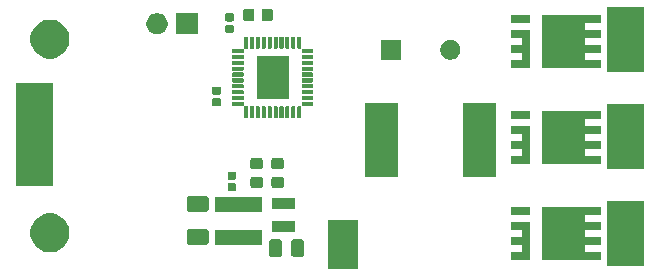
<source format=gbs>
G04 #@! TF.GenerationSoftware,KiCad,Pcbnew,5.1.6*
G04 #@! TF.CreationDate,2020-07-25T09:05:25-04:00*
G04 #@! TF.ProjectId,bldc-controller,626c6463-2d63-46f6-9e74-726f6c6c6572,rev?*
G04 #@! TF.SameCoordinates,Original*
G04 #@! TF.FileFunction,Soldermask,Bot*
G04 #@! TF.FilePolarity,Negative*
%FSLAX46Y46*%
G04 Gerber Fmt 4.6, Leading zero omitted, Abs format (unit mm)*
G04 Created by KiCad (PCBNEW 5.1.6) date 2020-07-25 09:05:25*
%MOMM*%
%LPD*%
G01*
G04 APERTURE LIST*
%ADD10C,0.100000*%
G04 APERTURE END LIST*
D10*
G36*
X54600800Y-122950800D02*
G01*
X51999200Y-122950800D01*
X51999200Y-118849200D01*
X54600800Y-118849200D01*
X54600800Y-122950800D01*
G37*
G36*
X78800800Y-122700800D02*
G01*
X75699200Y-122700800D01*
X75699200Y-117199200D01*
X78800800Y-117199200D01*
X78800800Y-122700800D01*
G37*
G36*
X69180800Y-122205800D02*
G01*
X67529200Y-122205800D01*
X67529200Y-121504200D01*
X68413401Y-121504200D01*
X68423311Y-121503224D01*
X68432841Y-121500333D01*
X68441623Y-121495639D01*
X68449321Y-121489321D01*
X68455639Y-121481623D01*
X68460333Y-121472841D01*
X68463224Y-121463311D01*
X68464200Y-121453401D01*
X68464200Y-120986599D01*
X68463224Y-120976689D01*
X68460333Y-120967159D01*
X68455639Y-120958377D01*
X68449321Y-120950679D01*
X68441623Y-120944361D01*
X68432841Y-120939667D01*
X68423311Y-120936776D01*
X68413401Y-120935800D01*
X67529200Y-120935800D01*
X67529200Y-120234200D01*
X68413401Y-120234200D01*
X68423311Y-120233224D01*
X68432841Y-120230333D01*
X68441623Y-120225639D01*
X68449321Y-120219321D01*
X68455639Y-120211623D01*
X68460333Y-120202841D01*
X68463224Y-120193311D01*
X68464200Y-120183401D01*
X68464200Y-119716599D01*
X68463224Y-119706689D01*
X68460333Y-119697159D01*
X68455639Y-119688377D01*
X68449321Y-119680679D01*
X68441623Y-119674361D01*
X68432841Y-119669667D01*
X68423311Y-119666776D01*
X68413401Y-119665800D01*
X67529200Y-119665800D01*
X67529200Y-118964200D01*
X69180800Y-118964200D01*
X69180800Y-122205800D01*
G37*
G36*
X75170800Y-118395800D02*
G01*
X73874099Y-118395800D01*
X73864189Y-118396776D01*
X73854659Y-118399667D01*
X73845877Y-118404361D01*
X73838179Y-118410679D01*
X73831861Y-118418377D01*
X73827167Y-118427159D01*
X73824276Y-118436689D01*
X73823300Y-118446599D01*
X73823300Y-118913401D01*
X73824276Y-118923311D01*
X73827167Y-118932841D01*
X73831861Y-118941623D01*
X73838179Y-118949321D01*
X73845877Y-118955639D01*
X73854659Y-118960333D01*
X73864189Y-118963224D01*
X73874099Y-118964200D01*
X75170800Y-118964200D01*
X75170800Y-119665800D01*
X73874099Y-119665800D01*
X73864189Y-119666776D01*
X73854659Y-119669667D01*
X73845877Y-119674361D01*
X73838179Y-119680679D01*
X73831861Y-119688377D01*
X73827167Y-119697159D01*
X73824276Y-119706689D01*
X73823300Y-119716599D01*
X73823300Y-120183401D01*
X73824276Y-120193311D01*
X73827167Y-120202841D01*
X73831861Y-120211623D01*
X73838179Y-120219321D01*
X73845877Y-120225639D01*
X73854659Y-120230333D01*
X73864189Y-120233224D01*
X73874099Y-120234200D01*
X75170800Y-120234200D01*
X75170800Y-120935800D01*
X73874099Y-120935800D01*
X73864189Y-120936776D01*
X73854659Y-120939667D01*
X73845877Y-120944361D01*
X73838179Y-120950679D01*
X73831861Y-120958377D01*
X73827167Y-120967159D01*
X73824276Y-120976689D01*
X73823300Y-120986599D01*
X73823300Y-121453401D01*
X73824276Y-121463311D01*
X73827167Y-121472841D01*
X73831861Y-121481623D01*
X73838179Y-121489321D01*
X73845877Y-121495639D01*
X73854659Y-121500333D01*
X73864189Y-121503224D01*
X73874099Y-121504200D01*
X75170800Y-121504200D01*
X75170800Y-122205800D01*
X70171700Y-122205800D01*
X70171700Y-117694200D01*
X75170800Y-117694200D01*
X75170800Y-118395800D01*
G37*
G36*
X49807552Y-120442124D02*
G01*
X49853237Y-120455982D01*
X49895333Y-120478483D01*
X49932234Y-120508766D01*
X49962517Y-120545667D01*
X49985018Y-120587763D01*
X49998876Y-120633448D01*
X50003800Y-120683442D01*
X50003800Y-121692558D01*
X49998876Y-121742552D01*
X49985018Y-121788237D01*
X49962517Y-121830333D01*
X49932234Y-121867234D01*
X49895333Y-121897517D01*
X49853237Y-121920018D01*
X49807552Y-121933876D01*
X49757558Y-121938800D01*
X49173442Y-121938800D01*
X49123448Y-121933876D01*
X49077763Y-121920018D01*
X49035667Y-121897517D01*
X48998766Y-121867234D01*
X48968483Y-121830333D01*
X48945982Y-121788237D01*
X48932124Y-121742552D01*
X48927200Y-121692558D01*
X48927200Y-120683442D01*
X48932124Y-120633448D01*
X48945982Y-120587763D01*
X48968483Y-120545667D01*
X48998766Y-120508766D01*
X49035667Y-120478483D01*
X49077763Y-120455982D01*
X49123448Y-120442124D01*
X49173442Y-120437200D01*
X49757558Y-120437200D01*
X49807552Y-120442124D01*
G37*
G36*
X47932552Y-120442124D02*
G01*
X47978237Y-120455982D01*
X48020333Y-120478483D01*
X48057234Y-120508766D01*
X48087517Y-120545667D01*
X48110018Y-120587763D01*
X48123876Y-120633448D01*
X48128800Y-120683442D01*
X48128800Y-121692558D01*
X48123876Y-121742552D01*
X48110018Y-121788237D01*
X48087517Y-121830333D01*
X48057234Y-121867234D01*
X48020333Y-121897517D01*
X47978237Y-121920018D01*
X47932552Y-121933876D01*
X47882558Y-121938800D01*
X47298442Y-121938800D01*
X47248448Y-121933876D01*
X47202763Y-121920018D01*
X47160667Y-121897517D01*
X47123766Y-121867234D01*
X47093483Y-121830333D01*
X47070982Y-121788237D01*
X47057124Y-121742552D01*
X47052200Y-121692558D01*
X47052200Y-120683442D01*
X47057124Y-120633448D01*
X47070982Y-120587763D01*
X47093483Y-120545667D01*
X47123766Y-120508766D01*
X47160667Y-120478483D01*
X47202763Y-120455982D01*
X47248448Y-120442124D01*
X47298442Y-120437200D01*
X47882558Y-120437200D01*
X47932552Y-120442124D01*
G37*
G36*
X28981521Y-118312639D02*
G01*
X29281947Y-118437080D01*
X29552324Y-118617740D01*
X29782260Y-118847676D01*
X29962920Y-119118053D01*
X30087361Y-119418479D01*
X30150800Y-119737410D01*
X30150800Y-120062590D01*
X30087361Y-120381521D01*
X29962920Y-120681947D01*
X29782260Y-120952324D01*
X29552324Y-121182260D01*
X29281947Y-121362920D01*
X28981521Y-121487361D01*
X28662590Y-121550800D01*
X28337410Y-121550800D01*
X28018479Y-121487361D01*
X27718053Y-121362920D01*
X27447676Y-121182260D01*
X27217740Y-120952324D01*
X27037080Y-120681947D01*
X26912639Y-120381521D01*
X26849200Y-120062590D01*
X26849200Y-119737410D01*
X26912639Y-119418479D01*
X27037080Y-119118053D01*
X27217740Y-118847676D01*
X27447676Y-118617740D01*
X27718053Y-118437080D01*
X28018479Y-118312639D01*
X28337410Y-118249200D01*
X28662590Y-118249200D01*
X28981521Y-118312639D01*
G37*
G36*
X46464800Y-120952800D02*
G01*
X42463200Y-120952800D01*
X42463200Y-119651200D01*
X46464800Y-119651200D01*
X46464800Y-120952800D01*
G37*
G36*
X41732699Y-119579049D02*
G01*
X41777648Y-119592684D01*
X41819072Y-119614826D01*
X41855379Y-119644621D01*
X41885174Y-119680928D01*
X41907316Y-119722352D01*
X41920951Y-119767301D01*
X41925800Y-119816533D01*
X41925800Y-120683467D01*
X41920951Y-120732699D01*
X41907316Y-120777648D01*
X41885174Y-120819072D01*
X41855379Y-120855379D01*
X41819072Y-120885174D01*
X41777648Y-120907316D01*
X41732699Y-120920951D01*
X41683467Y-120925800D01*
X40316533Y-120925800D01*
X40267301Y-120920951D01*
X40222352Y-120907316D01*
X40180928Y-120885174D01*
X40144621Y-120855379D01*
X40114826Y-120819072D01*
X40092684Y-120777648D01*
X40079049Y-120732699D01*
X40074200Y-120683467D01*
X40074200Y-119816533D01*
X40079049Y-119767301D01*
X40092684Y-119722352D01*
X40114826Y-119680928D01*
X40144621Y-119644621D01*
X40180928Y-119614826D01*
X40222352Y-119592684D01*
X40267301Y-119579049D01*
X40316533Y-119574200D01*
X41683467Y-119574200D01*
X41732699Y-119579049D01*
G37*
G36*
X49224800Y-119819800D02*
G01*
X47323200Y-119819800D01*
X47323200Y-118868200D01*
X49224800Y-118868200D01*
X49224800Y-119819800D01*
G37*
G36*
X69180800Y-118395800D02*
G01*
X67529200Y-118395800D01*
X67529200Y-117694200D01*
X69180800Y-117694200D01*
X69180800Y-118395800D01*
G37*
G36*
X46464800Y-118152800D02*
G01*
X42463200Y-118152800D01*
X42463200Y-116851200D01*
X46464800Y-116851200D01*
X46464800Y-118152800D01*
G37*
G36*
X41732699Y-116779049D02*
G01*
X41777648Y-116792684D01*
X41819072Y-116814826D01*
X41855379Y-116844621D01*
X41885174Y-116880928D01*
X41907316Y-116922352D01*
X41920951Y-116967301D01*
X41925800Y-117016533D01*
X41925800Y-117883467D01*
X41920951Y-117932699D01*
X41907316Y-117977648D01*
X41885174Y-118019072D01*
X41855379Y-118055379D01*
X41819072Y-118085174D01*
X41777648Y-118107316D01*
X41732699Y-118120951D01*
X41683467Y-118125800D01*
X40316533Y-118125800D01*
X40267301Y-118120951D01*
X40222352Y-118107316D01*
X40180928Y-118085174D01*
X40144621Y-118055379D01*
X40114826Y-118019072D01*
X40092684Y-117977648D01*
X40079049Y-117932699D01*
X40074200Y-117883467D01*
X40074200Y-117016533D01*
X40079049Y-116967301D01*
X40092684Y-116922352D01*
X40114826Y-116880928D01*
X40144621Y-116844621D01*
X40180928Y-116814826D01*
X40222352Y-116792684D01*
X40267301Y-116779049D01*
X40316533Y-116774200D01*
X41683467Y-116774200D01*
X41732699Y-116779049D01*
G37*
G36*
X49224800Y-117919800D02*
G01*
X47323200Y-117919800D01*
X47323200Y-116968200D01*
X49224800Y-116968200D01*
X49224800Y-117919800D01*
G37*
G36*
X44152027Y-115692275D02*
G01*
X44179650Y-115700654D01*
X44205113Y-115714264D01*
X44227425Y-115732575D01*
X44245736Y-115754887D01*
X44259346Y-115780350D01*
X44267725Y-115807973D01*
X44270800Y-115839191D01*
X44270800Y-116230809D01*
X44267725Y-116262027D01*
X44259346Y-116289650D01*
X44245736Y-116315113D01*
X44227425Y-116337425D01*
X44205113Y-116355736D01*
X44179650Y-116369346D01*
X44152027Y-116377725D01*
X44120809Y-116380800D01*
X43679191Y-116380800D01*
X43647973Y-116377725D01*
X43620350Y-116369346D01*
X43594887Y-116355736D01*
X43572575Y-116337425D01*
X43554264Y-116315113D01*
X43540654Y-116289650D01*
X43532275Y-116262027D01*
X43529200Y-116230809D01*
X43529200Y-115839191D01*
X43532275Y-115807973D01*
X43540654Y-115780350D01*
X43554264Y-115754887D01*
X43572575Y-115732575D01*
X43594887Y-115714264D01*
X43620350Y-115700654D01*
X43647973Y-115692275D01*
X43679191Y-115689200D01*
X44120809Y-115689200D01*
X44152027Y-115692275D01*
G37*
G36*
X46337674Y-115141643D02*
G01*
X46378667Y-115154078D01*
X46416448Y-115174273D01*
X46449556Y-115201444D01*
X46476727Y-115234552D01*
X46496922Y-115272333D01*
X46509357Y-115313326D01*
X46513800Y-115358441D01*
X46513800Y-115892559D01*
X46509357Y-115937674D01*
X46496922Y-115978667D01*
X46476727Y-116016448D01*
X46449556Y-116049556D01*
X46416448Y-116076727D01*
X46378667Y-116096922D01*
X46337674Y-116109357D01*
X46292559Y-116113800D01*
X45683441Y-116113800D01*
X45638326Y-116109357D01*
X45597333Y-116096922D01*
X45559552Y-116076727D01*
X45526444Y-116049556D01*
X45499273Y-116016448D01*
X45479078Y-115978667D01*
X45466643Y-115937674D01*
X45462200Y-115892559D01*
X45462200Y-115358441D01*
X45466643Y-115313326D01*
X45479078Y-115272333D01*
X45499273Y-115234552D01*
X45526444Y-115201444D01*
X45559552Y-115174273D01*
X45597333Y-115154078D01*
X45638326Y-115141643D01*
X45683441Y-115137200D01*
X46292559Y-115137200D01*
X46337674Y-115141643D01*
G37*
G36*
X48115674Y-115141643D02*
G01*
X48156667Y-115154078D01*
X48194448Y-115174273D01*
X48227556Y-115201444D01*
X48254727Y-115234552D01*
X48274922Y-115272333D01*
X48287357Y-115313326D01*
X48291800Y-115358441D01*
X48291800Y-115892559D01*
X48287357Y-115937674D01*
X48274922Y-115978667D01*
X48254727Y-116016448D01*
X48227556Y-116049556D01*
X48194448Y-116076727D01*
X48156667Y-116096922D01*
X48115674Y-116109357D01*
X48070559Y-116113800D01*
X47461441Y-116113800D01*
X47416326Y-116109357D01*
X47375333Y-116096922D01*
X47337552Y-116076727D01*
X47304444Y-116049556D01*
X47277273Y-116016448D01*
X47257078Y-115978667D01*
X47244643Y-115937674D01*
X47240200Y-115892559D01*
X47240200Y-115358441D01*
X47244643Y-115313326D01*
X47257078Y-115272333D01*
X47277273Y-115234552D01*
X47304444Y-115201444D01*
X47337552Y-115174273D01*
X47375333Y-115154078D01*
X47416326Y-115141643D01*
X47461441Y-115137200D01*
X48070559Y-115137200D01*
X48115674Y-115141643D01*
G37*
G36*
X28750800Y-115950800D02*
G01*
X25649200Y-115950800D01*
X25649200Y-107249200D01*
X28750800Y-107249200D01*
X28750800Y-115950800D01*
G37*
G36*
X44152027Y-114722275D02*
G01*
X44179650Y-114730654D01*
X44205113Y-114744264D01*
X44227425Y-114762575D01*
X44245736Y-114784887D01*
X44259346Y-114810350D01*
X44267725Y-114837973D01*
X44270800Y-114869191D01*
X44270800Y-115260809D01*
X44267725Y-115292027D01*
X44259346Y-115319650D01*
X44245736Y-115345113D01*
X44227425Y-115367425D01*
X44205113Y-115385736D01*
X44179650Y-115399346D01*
X44152027Y-115407725D01*
X44120809Y-115410800D01*
X43679191Y-115410800D01*
X43647973Y-115407725D01*
X43620350Y-115399346D01*
X43594887Y-115385736D01*
X43572575Y-115367425D01*
X43554264Y-115345113D01*
X43540654Y-115319650D01*
X43532275Y-115292027D01*
X43529200Y-115260809D01*
X43529200Y-114869191D01*
X43532275Y-114837973D01*
X43540654Y-114810350D01*
X43554264Y-114784887D01*
X43572575Y-114762575D01*
X43594887Y-114744264D01*
X43620350Y-114730654D01*
X43647973Y-114722275D01*
X43679191Y-114719200D01*
X44120809Y-114719200D01*
X44152027Y-114722275D01*
G37*
G36*
X66290800Y-115216800D02*
G01*
X63489200Y-115216800D01*
X63489200Y-108915200D01*
X66290800Y-108915200D01*
X66290800Y-115216800D01*
G37*
G36*
X57990800Y-115216800D02*
G01*
X55189200Y-115216800D01*
X55189200Y-108915200D01*
X57990800Y-108915200D01*
X57990800Y-115216800D01*
G37*
G36*
X46337674Y-113566643D02*
G01*
X46378667Y-113579078D01*
X46416448Y-113599273D01*
X46449556Y-113626444D01*
X46476727Y-113659552D01*
X46496922Y-113697333D01*
X46509357Y-113738326D01*
X46513800Y-113783441D01*
X46513800Y-114317559D01*
X46509357Y-114362674D01*
X46496922Y-114403667D01*
X46476727Y-114441448D01*
X46449556Y-114474556D01*
X46416448Y-114501727D01*
X46378667Y-114521922D01*
X46337674Y-114534357D01*
X46292559Y-114538800D01*
X45683441Y-114538800D01*
X45638326Y-114534357D01*
X45597333Y-114521922D01*
X45559552Y-114501727D01*
X45526444Y-114474556D01*
X45499273Y-114441448D01*
X45479078Y-114403667D01*
X45466643Y-114362674D01*
X45462200Y-114317559D01*
X45462200Y-113783441D01*
X45466643Y-113738326D01*
X45479078Y-113697333D01*
X45499273Y-113659552D01*
X45526444Y-113626444D01*
X45559552Y-113599273D01*
X45597333Y-113579078D01*
X45638326Y-113566643D01*
X45683441Y-113562200D01*
X46292559Y-113562200D01*
X46337674Y-113566643D01*
G37*
G36*
X48115674Y-113566643D02*
G01*
X48156667Y-113579078D01*
X48194448Y-113599273D01*
X48227556Y-113626444D01*
X48254727Y-113659552D01*
X48274922Y-113697333D01*
X48287357Y-113738326D01*
X48291800Y-113783441D01*
X48291800Y-114317559D01*
X48287357Y-114362674D01*
X48274922Y-114403667D01*
X48254727Y-114441448D01*
X48227556Y-114474556D01*
X48194448Y-114501727D01*
X48156667Y-114521922D01*
X48115674Y-114534357D01*
X48070559Y-114538800D01*
X47461441Y-114538800D01*
X47416326Y-114534357D01*
X47375333Y-114521922D01*
X47337552Y-114501727D01*
X47304444Y-114474556D01*
X47277273Y-114441448D01*
X47257078Y-114403667D01*
X47244643Y-114362674D01*
X47240200Y-114317559D01*
X47240200Y-113783441D01*
X47244643Y-113738326D01*
X47257078Y-113697333D01*
X47277273Y-113659552D01*
X47304444Y-113626444D01*
X47337552Y-113599273D01*
X47375333Y-113579078D01*
X47416326Y-113566643D01*
X47461441Y-113562200D01*
X48070559Y-113562200D01*
X48115674Y-113566643D01*
G37*
G36*
X78800800Y-114500800D02*
G01*
X75699200Y-114500800D01*
X75699200Y-108999200D01*
X78800800Y-108999200D01*
X78800800Y-114500800D01*
G37*
G36*
X75170800Y-110257800D02*
G01*
X73874099Y-110257800D01*
X73864189Y-110258776D01*
X73854659Y-110261667D01*
X73845877Y-110266361D01*
X73838179Y-110272679D01*
X73831861Y-110280377D01*
X73827167Y-110289159D01*
X73824276Y-110298689D01*
X73823300Y-110308599D01*
X73823300Y-110775401D01*
X73824276Y-110785311D01*
X73827167Y-110794841D01*
X73831861Y-110803623D01*
X73838179Y-110811321D01*
X73845877Y-110817639D01*
X73854659Y-110822333D01*
X73864189Y-110825224D01*
X73874099Y-110826200D01*
X75170800Y-110826200D01*
X75170800Y-111527800D01*
X73874099Y-111527800D01*
X73864189Y-111528776D01*
X73854659Y-111531667D01*
X73845877Y-111536361D01*
X73838179Y-111542679D01*
X73831861Y-111550377D01*
X73827167Y-111559159D01*
X73824276Y-111568689D01*
X73823300Y-111578599D01*
X73823300Y-112045401D01*
X73824276Y-112055311D01*
X73827167Y-112064841D01*
X73831861Y-112073623D01*
X73838179Y-112081321D01*
X73845877Y-112087639D01*
X73854659Y-112092333D01*
X73864189Y-112095224D01*
X73874099Y-112096200D01*
X75170800Y-112096200D01*
X75170800Y-112797800D01*
X73874099Y-112797800D01*
X73864189Y-112798776D01*
X73854659Y-112801667D01*
X73845877Y-112806361D01*
X73838179Y-112812679D01*
X73831861Y-112820377D01*
X73827167Y-112829159D01*
X73824276Y-112838689D01*
X73823300Y-112848599D01*
X73823300Y-113315401D01*
X73824276Y-113325311D01*
X73827167Y-113334841D01*
X73831861Y-113343623D01*
X73838179Y-113351321D01*
X73845877Y-113357639D01*
X73854659Y-113362333D01*
X73864189Y-113365224D01*
X73874099Y-113366200D01*
X75170800Y-113366200D01*
X75170800Y-114067800D01*
X70171700Y-114067800D01*
X70171700Y-109556200D01*
X75170800Y-109556200D01*
X75170800Y-110257800D01*
G37*
G36*
X69180800Y-114067800D02*
G01*
X67529200Y-114067800D01*
X67529200Y-113366200D01*
X68413401Y-113366200D01*
X68423311Y-113365224D01*
X68432841Y-113362333D01*
X68441623Y-113357639D01*
X68449321Y-113351321D01*
X68455639Y-113343623D01*
X68460333Y-113334841D01*
X68463224Y-113325311D01*
X68464200Y-113315401D01*
X68464200Y-112848599D01*
X68463224Y-112838689D01*
X68460333Y-112829159D01*
X68455639Y-112820377D01*
X68449321Y-112812679D01*
X68441623Y-112806361D01*
X68432841Y-112801667D01*
X68423311Y-112798776D01*
X68413401Y-112797800D01*
X67529200Y-112797800D01*
X67529200Y-112096200D01*
X68413401Y-112096200D01*
X68423311Y-112095224D01*
X68432841Y-112092333D01*
X68441623Y-112087639D01*
X68449321Y-112081321D01*
X68455639Y-112073623D01*
X68460333Y-112064841D01*
X68463224Y-112055311D01*
X68464200Y-112045401D01*
X68464200Y-111578599D01*
X68463224Y-111568689D01*
X68460333Y-111559159D01*
X68455639Y-111550377D01*
X68449321Y-111542679D01*
X68441623Y-111536361D01*
X68432841Y-111531667D01*
X68423311Y-111528776D01*
X68413401Y-111527800D01*
X67529200Y-111527800D01*
X67529200Y-110826200D01*
X69180800Y-110826200D01*
X69180800Y-114067800D01*
G37*
G36*
X69180800Y-110257800D02*
G01*
X67529200Y-110257800D01*
X67529200Y-109556200D01*
X69180800Y-109556200D01*
X69180800Y-110257800D01*
G37*
G36*
X47725444Y-109200641D02*
G01*
X47737124Y-109204184D01*
X47747886Y-109209937D01*
X47757320Y-109217680D01*
X47765063Y-109227114D01*
X47770816Y-109237876D01*
X47774359Y-109249556D01*
X47775800Y-109264191D01*
X47775800Y-110110809D01*
X47774359Y-110125444D01*
X47770816Y-110137124D01*
X47765063Y-110147886D01*
X47757320Y-110157320D01*
X47747886Y-110165063D01*
X47737124Y-110170816D01*
X47725444Y-110174359D01*
X47710809Y-110175800D01*
X47489191Y-110175800D01*
X47474556Y-110174359D01*
X47462876Y-110170816D01*
X47452114Y-110165063D01*
X47442680Y-110157320D01*
X47434937Y-110147886D01*
X47429184Y-110137124D01*
X47425641Y-110125444D01*
X47424200Y-110110809D01*
X47424200Y-109264191D01*
X47425641Y-109249556D01*
X47429184Y-109237876D01*
X47434937Y-109227114D01*
X47442680Y-109217680D01*
X47452114Y-109209937D01*
X47462876Y-109204184D01*
X47474556Y-109200641D01*
X47489191Y-109199200D01*
X47710809Y-109199200D01*
X47725444Y-109200641D01*
G37*
G36*
X49725444Y-109200641D02*
G01*
X49741068Y-109205381D01*
X49742709Y-109206060D01*
X49752477Y-109208001D01*
X49762435Y-109207999D01*
X49768136Y-109206864D01*
X49766999Y-109212585D01*
X49767001Y-109222543D01*
X49768945Y-109232310D01*
X49769626Y-109233953D01*
X49774359Y-109249556D01*
X49775800Y-109264191D01*
X49775800Y-110110809D01*
X49774359Y-110125444D01*
X49770816Y-110137124D01*
X49765063Y-110147886D01*
X49757320Y-110157320D01*
X49747886Y-110165063D01*
X49737124Y-110170816D01*
X49725444Y-110174359D01*
X49710809Y-110175800D01*
X49489191Y-110175800D01*
X49474556Y-110174359D01*
X49462876Y-110170816D01*
X49452114Y-110165063D01*
X49442680Y-110157320D01*
X49434937Y-110147886D01*
X49429184Y-110137124D01*
X49425641Y-110125444D01*
X49424200Y-110110809D01*
X49424200Y-109264191D01*
X49425641Y-109249556D01*
X49429184Y-109237876D01*
X49434937Y-109227114D01*
X49442680Y-109217680D01*
X49452114Y-109209937D01*
X49462876Y-109204184D01*
X49474556Y-109200641D01*
X49489191Y-109199200D01*
X49710809Y-109199200D01*
X49725444Y-109200641D01*
G37*
G36*
X48725444Y-109200641D02*
G01*
X48737124Y-109204184D01*
X48747886Y-109209937D01*
X48757320Y-109217680D01*
X48765063Y-109227114D01*
X48770816Y-109237876D01*
X48774359Y-109249556D01*
X48775800Y-109264191D01*
X48775800Y-110110809D01*
X48774359Y-110125444D01*
X48770816Y-110137124D01*
X48765063Y-110147886D01*
X48757320Y-110157320D01*
X48747886Y-110165063D01*
X48737124Y-110170816D01*
X48725444Y-110174359D01*
X48710809Y-110175800D01*
X48489191Y-110175800D01*
X48474556Y-110174359D01*
X48462876Y-110170816D01*
X48452114Y-110165063D01*
X48442680Y-110157320D01*
X48434937Y-110147886D01*
X48429184Y-110137124D01*
X48425641Y-110125444D01*
X48424200Y-110110809D01*
X48424200Y-109264191D01*
X48425641Y-109249556D01*
X48429184Y-109237876D01*
X48434937Y-109227114D01*
X48442680Y-109217680D01*
X48452114Y-109209937D01*
X48462876Y-109204184D01*
X48474556Y-109200641D01*
X48489191Y-109199200D01*
X48710809Y-109199200D01*
X48725444Y-109200641D01*
G37*
G36*
X48225444Y-109200641D02*
G01*
X48237124Y-109204184D01*
X48247886Y-109209937D01*
X48257320Y-109217680D01*
X48265063Y-109227114D01*
X48270816Y-109237876D01*
X48274359Y-109249556D01*
X48275800Y-109264191D01*
X48275800Y-110110809D01*
X48274359Y-110125444D01*
X48270816Y-110137124D01*
X48265063Y-110147886D01*
X48257320Y-110157320D01*
X48247886Y-110165063D01*
X48237124Y-110170816D01*
X48225444Y-110174359D01*
X48210809Y-110175800D01*
X47989191Y-110175800D01*
X47974556Y-110174359D01*
X47962876Y-110170816D01*
X47952114Y-110165063D01*
X47942680Y-110157320D01*
X47934937Y-110147886D01*
X47929184Y-110137124D01*
X47925641Y-110125444D01*
X47924200Y-110110809D01*
X47924200Y-109264191D01*
X47925641Y-109249556D01*
X47929184Y-109237876D01*
X47934937Y-109227114D01*
X47942680Y-109217680D01*
X47952114Y-109209937D01*
X47962876Y-109204184D01*
X47974556Y-109200641D01*
X47989191Y-109199200D01*
X48210809Y-109199200D01*
X48225444Y-109200641D01*
G37*
G36*
X47225444Y-109200641D02*
G01*
X47237124Y-109204184D01*
X47247886Y-109209937D01*
X47257320Y-109217680D01*
X47265063Y-109227114D01*
X47270816Y-109237876D01*
X47274359Y-109249556D01*
X47275800Y-109264191D01*
X47275800Y-110110809D01*
X47274359Y-110125444D01*
X47270816Y-110137124D01*
X47265063Y-110147886D01*
X47257320Y-110157320D01*
X47247886Y-110165063D01*
X47237124Y-110170816D01*
X47225444Y-110174359D01*
X47210809Y-110175800D01*
X46989191Y-110175800D01*
X46974556Y-110174359D01*
X46962876Y-110170816D01*
X46952114Y-110165063D01*
X46942680Y-110157320D01*
X46934937Y-110147886D01*
X46929184Y-110137124D01*
X46925641Y-110125444D01*
X46924200Y-110110809D01*
X46924200Y-109264191D01*
X46925641Y-109249556D01*
X46929184Y-109237876D01*
X46934937Y-109227114D01*
X46942680Y-109217680D01*
X46952114Y-109209937D01*
X46962876Y-109204184D01*
X46974556Y-109200641D01*
X46989191Y-109199200D01*
X47210809Y-109199200D01*
X47225444Y-109200641D01*
G37*
G36*
X46725444Y-109200641D02*
G01*
X46737124Y-109204184D01*
X46747886Y-109209937D01*
X46757320Y-109217680D01*
X46765063Y-109227114D01*
X46770816Y-109237876D01*
X46774359Y-109249556D01*
X46775800Y-109264191D01*
X46775800Y-110110809D01*
X46774359Y-110125444D01*
X46770816Y-110137124D01*
X46765063Y-110147886D01*
X46757320Y-110157320D01*
X46747886Y-110165063D01*
X46737124Y-110170816D01*
X46725444Y-110174359D01*
X46710809Y-110175800D01*
X46489191Y-110175800D01*
X46474556Y-110174359D01*
X46462876Y-110170816D01*
X46452114Y-110165063D01*
X46442680Y-110157320D01*
X46434937Y-110147886D01*
X46429184Y-110137124D01*
X46425641Y-110125444D01*
X46424200Y-110110809D01*
X46424200Y-109264191D01*
X46425641Y-109249556D01*
X46429184Y-109237876D01*
X46434937Y-109227114D01*
X46442680Y-109217680D01*
X46452114Y-109209937D01*
X46462876Y-109204184D01*
X46474556Y-109200641D01*
X46489191Y-109199200D01*
X46710809Y-109199200D01*
X46725444Y-109200641D01*
G37*
G36*
X46225444Y-109200641D02*
G01*
X46237124Y-109204184D01*
X46247886Y-109209937D01*
X46257320Y-109217680D01*
X46265063Y-109227114D01*
X46270816Y-109237876D01*
X46274359Y-109249556D01*
X46275800Y-109264191D01*
X46275800Y-110110809D01*
X46274359Y-110125444D01*
X46270816Y-110137124D01*
X46265063Y-110147886D01*
X46257320Y-110157320D01*
X46247886Y-110165063D01*
X46237124Y-110170816D01*
X46225444Y-110174359D01*
X46210809Y-110175800D01*
X45989191Y-110175800D01*
X45974556Y-110174359D01*
X45962876Y-110170816D01*
X45952114Y-110165063D01*
X45942680Y-110157320D01*
X45934937Y-110147886D01*
X45929184Y-110137124D01*
X45925641Y-110125444D01*
X45924200Y-110110809D01*
X45924200Y-109264191D01*
X45925641Y-109249556D01*
X45929184Y-109237876D01*
X45934937Y-109227114D01*
X45942680Y-109217680D01*
X45952114Y-109209937D01*
X45962876Y-109204184D01*
X45974556Y-109200641D01*
X45989191Y-109199200D01*
X46210809Y-109199200D01*
X46225444Y-109200641D01*
G37*
G36*
X45725444Y-109200641D02*
G01*
X45737124Y-109204184D01*
X45747886Y-109209937D01*
X45757320Y-109217680D01*
X45765063Y-109227114D01*
X45770816Y-109237876D01*
X45774359Y-109249556D01*
X45775800Y-109264191D01*
X45775800Y-110110809D01*
X45774359Y-110125444D01*
X45770816Y-110137124D01*
X45765063Y-110147886D01*
X45757320Y-110157320D01*
X45747886Y-110165063D01*
X45737124Y-110170816D01*
X45725444Y-110174359D01*
X45710809Y-110175800D01*
X45489191Y-110175800D01*
X45474556Y-110174359D01*
X45462876Y-110170816D01*
X45452114Y-110165063D01*
X45442680Y-110157320D01*
X45434937Y-110147886D01*
X45429184Y-110137124D01*
X45425641Y-110125444D01*
X45424200Y-110110809D01*
X45424200Y-109264191D01*
X45425641Y-109249556D01*
X45429184Y-109237876D01*
X45434937Y-109227114D01*
X45442680Y-109217680D01*
X45452114Y-109209937D01*
X45462876Y-109204184D01*
X45474556Y-109200641D01*
X45489191Y-109199200D01*
X45710809Y-109199200D01*
X45725444Y-109200641D01*
G37*
G36*
X45225444Y-109200641D02*
G01*
X45237124Y-109204184D01*
X45247886Y-109209937D01*
X45257320Y-109217680D01*
X45265063Y-109227114D01*
X45270816Y-109237876D01*
X45274359Y-109249556D01*
X45275800Y-109264191D01*
X45275800Y-110110809D01*
X45274359Y-110125444D01*
X45270816Y-110137124D01*
X45265063Y-110147886D01*
X45257320Y-110157320D01*
X45247886Y-110165063D01*
X45237124Y-110170816D01*
X45225444Y-110174359D01*
X45210809Y-110175800D01*
X44989191Y-110175800D01*
X44974556Y-110174359D01*
X44962876Y-110170816D01*
X44952114Y-110165063D01*
X44942680Y-110157320D01*
X44934937Y-110147886D01*
X44929184Y-110137124D01*
X44925641Y-110125444D01*
X44924200Y-110110809D01*
X44924200Y-109264191D01*
X44925641Y-109249556D01*
X44930381Y-109233932D01*
X44931060Y-109232291D01*
X44933001Y-109222523D01*
X44932999Y-109212565D01*
X44931864Y-109206864D01*
X44937585Y-109208001D01*
X44947543Y-109207999D01*
X44957310Y-109206055D01*
X44958953Y-109205374D01*
X44974556Y-109200641D01*
X44989191Y-109199200D01*
X45210809Y-109199200D01*
X45225444Y-109200641D01*
G37*
G36*
X49225444Y-109200641D02*
G01*
X49237124Y-109204184D01*
X49247886Y-109209937D01*
X49257320Y-109217680D01*
X49265063Y-109227114D01*
X49270816Y-109237876D01*
X49274359Y-109249556D01*
X49275800Y-109264191D01*
X49275800Y-110110809D01*
X49274359Y-110125444D01*
X49270816Y-110137124D01*
X49265063Y-110147886D01*
X49257320Y-110157320D01*
X49247886Y-110165063D01*
X49237124Y-110170816D01*
X49225444Y-110174359D01*
X49210809Y-110175800D01*
X48989191Y-110175800D01*
X48974556Y-110174359D01*
X48962876Y-110170816D01*
X48952114Y-110165063D01*
X48942680Y-110157320D01*
X48934937Y-110147886D01*
X48929184Y-110137124D01*
X48925641Y-110125444D01*
X48924200Y-110110809D01*
X48924200Y-109264191D01*
X48925641Y-109249556D01*
X48929184Y-109237876D01*
X48934937Y-109227114D01*
X48942680Y-109217680D01*
X48952114Y-109209937D01*
X48962876Y-109204184D01*
X48974556Y-109200641D01*
X48989191Y-109199200D01*
X49210809Y-109199200D01*
X49225444Y-109200641D01*
G37*
G36*
X42852027Y-108492275D02*
G01*
X42879650Y-108500654D01*
X42905113Y-108514264D01*
X42927425Y-108532575D01*
X42945736Y-108554887D01*
X42959346Y-108580350D01*
X42967725Y-108607973D01*
X42970800Y-108639191D01*
X42970800Y-109030809D01*
X42967725Y-109062027D01*
X42959346Y-109089650D01*
X42945736Y-109115113D01*
X42927425Y-109137425D01*
X42905113Y-109155736D01*
X42879650Y-109169346D01*
X42852027Y-109177725D01*
X42820809Y-109180800D01*
X42379191Y-109180800D01*
X42347973Y-109177725D01*
X42320350Y-109169346D01*
X42294887Y-109155736D01*
X42272575Y-109137425D01*
X42254264Y-109115113D01*
X42240654Y-109089650D01*
X42232275Y-109062027D01*
X42229200Y-109030809D01*
X42229200Y-108639191D01*
X42232275Y-108607973D01*
X42240654Y-108580350D01*
X42254264Y-108554887D01*
X42272575Y-108532575D01*
X42294887Y-108514264D01*
X42320350Y-108500654D01*
X42347973Y-108492275D01*
X42379191Y-108489200D01*
X42820809Y-108489200D01*
X42852027Y-108492275D01*
G37*
G36*
X50725444Y-108825641D02*
G01*
X50737124Y-108829184D01*
X50747886Y-108834937D01*
X50757320Y-108842680D01*
X50765063Y-108852114D01*
X50770816Y-108862876D01*
X50774359Y-108874556D01*
X50775800Y-108889191D01*
X50775800Y-109110809D01*
X50774359Y-109125444D01*
X50770816Y-109137124D01*
X50765063Y-109147886D01*
X50757320Y-109157320D01*
X50747886Y-109165063D01*
X50737124Y-109170816D01*
X50725444Y-109174359D01*
X50710809Y-109175800D01*
X49864191Y-109175800D01*
X49849556Y-109174359D01*
X49833932Y-109169619D01*
X49832291Y-109168940D01*
X49822523Y-109166999D01*
X49812565Y-109167001D01*
X49806864Y-109168136D01*
X49808001Y-109162415D01*
X49807999Y-109152457D01*
X49806055Y-109142690D01*
X49805374Y-109141047D01*
X49800641Y-109125444D01*
X49799200Y-109110809D01*
X49799200Y-108889191D01*
X49800641Y-108874556D01*
X49804184Y-108862876D01*
X49809937Y-108852114D01*
X49817680Y-108842680D01*
X49827114Y-108834937D01*
X49837876Y-108829184D01*
X49849556Y-108825641D01*
X49864191Y-108824200D01*
X50710809Y-108824200D01*
X50725444Y-108825641D01*
G37*
G36*
X44850444Y-108825641D02*
G01*
X44862124Y-108829184D01*
X44872886Y-108834937D01*
X44882320Y-108842680D01*
X44890063Y-108852114D01*
X44895816Y-108862876D01*
X44899359Y-108874556D01*
X44900800Y-108889191D01*
X44900800Y-109110809D01*
X44899359Y-109125444D01*
X44894619Y-109141068D01*
X44893940Y-109142709D01*
X44891999Y-109152477D01*
X44892001Y-109162435D01*
X44893136Y-109168136D01*
X44887415Y-109166999D01*
X44877457Y-109167001D01*
X44867690Y-109168945D01*
X44866047Y-109169626D01*
X44850444Y-109174359D01*
X44835809Y-109175800D01*
X43989191Y-109175800D01*
X43974556Y-109174359D01*
X43962876Y-109170816D01*
X43952114Y-109165063D01*
X43942680Y-109157320D01*
X43934937Y-109147886D01*
X43929184Y-109137124D01*
X43925641Y-109125444D01*
X43924200Y-109110809D01*
X43924200Y-108889191D01*
X43925641Y-108874556D01*
X43929184Y-108862876D01*
X43934937Y-108852114D01*
X43942680Y-108842680D01*
X43952114Y-108834937D01*
X43962876Y-108829184D01*
X43974556Y-108825641D01*
X43989191Y-108824200D01*
X44835809Y-108824200D01*
X44850444Y-108825641D01*
G37*
G36*
X50725444Y-108325641D02*
G01*
X50737124Y-108329184D01*
X50747886Y-108334937D01*
X50757320Y-108342680D01*
X50765063Y-108352114D01*
X50770816Y-108362876D01*
X50774359Y-108374556D01*
X50775800Y-108389191D01*
X50775800Y-108610809D01*
X50774359Y-108625444D01*
X50770816Y-108637124D01*
X50765063Y-108647886D01*
X50757320Y-108657320D01*
X50747886Y-108665063D01*
X50737124Y-108670816D01*
X50725444Y-108674359D01*
X50710809Y-108675800D01*
X49864191Y-108675800D01*
X49849556Y-108674359D01*
X49837876Y-108670816D01*
X49827114Y-108665063D01*
X49817680Y-108657320D01*
X49809937Y-108647886D01*
X49804184Y-108637124D01*
X49800641Y-108625444D01*
X49799200Y-108610809D01*
X49799200Y-108389191D01*
X49800641Y-108374556D01*
X49804184Y-108362876D01*
X49809937Y-108352114D01*
X49817680Y-108342680D01*
X49827114Y-108334937D01*
X49837876Y-108329184D01*
X49849556Y-108325641D01*
X49864191Y-108324200D01*
X50710809Y-108324200D01*
X50725444Y-108325641D01*
G37*
G36*
X44850444Y-108325641D02*
G01*
X44862124Y-108329184D01*
X44872886Y-108334937D01*
X44882320Y-108342680D01*
X44890063Y-108352114D01*
X44895816Y-108362876D01*
X44899359Y-108374556D01*
X44900800Y-108389191D01*
X44900800Y-108610809D01*
X44899359Y-108625444D01*
X44895816Y-108637124D01*
X44890063Y-108647886D01*
X44882320Y-108657320D01*
X44872886Y-108665063D01*
X44862124Y-108670816D01*
X44850444Y-108674359D01*
X44835809Y-108675800D01*
X43989191Y-108675800D01*
X43974556Y-108674359D01*
X43962876Y-108670816D01*
X43952114Y-108665063D01*
X43942680Y-108657320D01*
X43934937Y-108647886D01*
X43929184Y-108637124D01*
X43925641Y-108625444D01*
X43924200Y-108610809D01*
X43924200Y-108389191D01*
X43925641Y-108374556D01*
X43929184Y-108362876D01*
X43934937Y-108352114D01*
X43942680Y-108342680D01*
X43952114Y-108334937D01*
X43962876Y-108329184D01*
X43974556Y-108325641D01*
X43989191Y-108324200D01*
X44835809Y-108324200D01*
X44850444Y-108325641D01*
G37*
G36*
X48710800Y-108560800D02*
G01*
X45989200Y-108560800D01*
X45989200Y-104939200D01*
X48710800Y-104939200D01*
X48710800Y-108560800D01*
G37*
G36*
X42852027Y-107522275D02*
G01*
X42879650Y-107530654D01*
X42905113Y-107544264D01*
X42927425Y-107562575D01*
X42945736Y-107584887D01*
X42959346Y-107610350D01*
X42967725Y-107637973D01*
X42970800Y-107669191D01*
X42970800Y-108060809D01*
X42967725Y-108092027D01*
X42959346Y-108119650D01*
X42945736Y-108145113D01*
X42927425Y-108167425D01*
X42905113Y-108185736D01*
X42879650Y-108199346D01*
X42852027Y-108207725D01*
X42820809Y-108210800D01*
X42379191Y-108210800D01*
X42347973Y-108207725D01*
X42320350Y-108199346D01*
X42294887Y-108185736D01*
X42272575Y-108167425D01*
X42254264Y-108145113D01*
X42240654Y-108119650D01*
X42232275Y-108092027D01*
X42229200Y-108060809D01*
X42229200Y-107669191D01*
X42232275Y-107637973D01*
X42240654Y-107610350D01*
X42254264Y-107584887D01*
X42272575Y-107562575D01*
X42294887Y-107544264D01*
X42320350Y-107530654D01*
X42347973Y-107522275D01*
X42379191Y-107519200D01*
X42820809Y-107519200D01*
X42852027Y-107522275D01*
G37*
G36*
X50725444Y-107825641D02*
G01*
X50737124Y-107829184D01*
X50747886Y-107834937D01*
X50757320Y-107842680D01*
X50765063Y-107852114D01*
X50770816Y-107862876D01*
X50774359Y-107874556D01*
X50775800Y-107889191D01*
X50775800Y-108110809D01*
X50774359Y-108125444D01*
X50770816Y-108137124D01*
X50765063Y-108147886D01*
X50757320Y-108157320D01*
X50747886Y-108165063D01*
X50737124Y-108170816D01*
X50725444Y-108174359D01*
X50710809Y-108175800D01*
X49864191Y-108175800D01*
X49849556Y-108174359D01*
X49837876Y-108170816D01*
X49827114Y-108165063D01*
X49817680Y-108157320D01*
X49809937Y-108147886D01*
X49804184Y-108137124D01*
X49800641Y-108125444D01*
X49799200Y-108110809D01*
X49799200Y-107889191D01*
X49800641Y-107874556D01*
X49804184Y-107862876D01*
X49809937Y-107852114D01*
X49817680Y-107842680D01*
X49827114Y-107834937D01*
X49837876Y-107829184D01*
X49849556Y-107825641D01*
X49864191Y-107824200D01*
X50710809Y-107824200D01*
X50725444Y-107825641D01*
G37*
G36*
X44850444Y-107825641D02*
G01*
X44862124Y-107829184D01*
X44872886Y-107834937D01*
X44882320Y-107842680D01*
X44890063Y-107852114D01*
X44895816Y-107862876D01*
X44899359Y-107874556D01*
X44900800Y-107889191D01*
X44900800Y-108110809D01*
X44899359Y-108125444D01*
X44895816Y-108137124D01*
X44890063Y-108147886D01*
X44882320Y-108157320D01*
X44872886Y-108165063D01*
X44862124Y-108170816D01*
X44850444Y-108174359D01*
X44835809Y-108175800D01*
X43989191Y-108175800D01*
X43974556Y-108174359D01*
X43962876Y-108170816D01*
X43952114Y-108165063D01*
X43942680Y-108157320D01*
X43934937Y-108147886D01*
X43929184Y-108137124D01*
X43925641Y-108125444D01*
X43924200Y-108110809D01*
X43924200Y-107889191D01*
X43925641Y-107874556D01*
X43929184Y-107862876D01*
X43934937Y-107852114D01*
X43942680Y-107842680D01*
X43952114Y-107834937D01*
X43962876Y-107829184D01*
X43974556Y-107825641D01*
X43989191Y-107824200D01*
X44835809Y-107824200D01*
X44850444Y-107825641D01*
G37*
G36*
X50725444Y-107325641D02*
G01*
X50737124Y-107329184D01*
X50747886Y-107334937D01*
X50757320Y-107342680D01*
X50765063Y-107352114D01*
X50770816Y-107362876D01*
X50774359Y-107374556D01*
X50775800Y-107389191D01*
X50775800Y-107610809D01*
X50774359Y-107625444D01*
X50770816Y-107637124D01*
X50765063Y-107647886D01*
X50757320Y-107657320D01*
X50747886Y-107665063D01*
X50737124Y-107670816D01*
X50725444Y-107674359D01*
X50710809Y-107675800D01*
X49864191Y-107675800D01*
X49849556Y-107674359D01*
X49837876Y-107670816D01*
X49827114Y-107665063D01*
X49817680Y-107657320D01*
X49809937Y-107647886D01*
X49804184Y-107637124D01*
X49800641Y-107625444D01*
X49799200Y-107610809D01*
X49799200Y-107389191D01*
X49800641Y-107374556D01*
X49804184Y-107362876D01*
X49809937Y-107352114D01*
X49817680Y-107342680D01*
X49827114Y-107334937D01*
X49837876Y-107329184D01*
X49849556Y-107325641D01*
X49864191Y-107324200D01*
X50710809Y-107324200D01*
X50725444Y-107325641D01*
G37*
G36*
X44850444Y-107325641D02*
G01*
X44862124Y-107329184D01*
X44872886Y-107334937D01*
X44882320Y-107342680D01*
X44890063Y-107352114D01*
X44895816Y-107362876D01*
X44899359Y-107374556D01*
X44900800Y-107389191D01*
X44900800Y-107610809D01*
X44899359Y-107625444D01*
X44895816Y-107637124D01*
X44890063Y-107647886D01*
X44882320Y-107657320D01*
X44872886Y-107665063D01*
X44862124Y-107670816D01*
X44850444Y-107674359D01*
X44835809Y-107675800D01*
X43989191Y-107675800D01*
X43974556Y-107674359D01*
X43962876Y-107670816D01*
X43952114Y-107665063D01*
X43942680Y-107657320D01*
X43934937Y-107647886D01*
X43929184Y-107637124D01*
X43925641Y-107625444D01*
X43924200Y-107610809D01*
X43924200Y-107389191D01*
X43925641Y-107374556D01*
X43929184Y-107362876D01*
X43934937Y-107352114D01*
X43942680Y-107342680D01*
X43952114Y-107334937D01*
X43962876Y-107329184D01*
X43974556Y-107325641D01*
X43989191Y-107324200D01*
X44835809Y-107324200D01*
X44850444Y-107325641D01*
G37*
G36*
X50725444Y-106825641D02*
G01*
X50737124Y-106829184D01*
X50747886Y-106834937D01*
X50757320Y-106842680D01*
X50765063Y-106852114D01*
X50770816Y-106862876D01*
X50774359Y-106874556D01*
X50775800Y-106889191D01*
X50775800Y-107110809D01*
X50774359Y-107125444D01*
X50770816Y-107137124D01*
X50765063Y-107147886D01*
X50757320Y-107157320D01*
X50747886Y-107165063D01*
X50737124Y-107170816D01*
X50725444Y-107174359D01*
X50710809Y-107175800D01*
X49864191Y-107175800D01*
X49849556Y-107174359D01*
X49837876Y-107170816D01*
X49827114Y-107165063D01*
X49817680Y-107157320D01*
X49809937Y-107147886D01*
X49804184Y-107137124D01*
X49800641Y-107125444D01*
X49799200Y-107110809D01*
X49799200Y-106889191D01*
X49800641Y-106874556D01*
X49804184Y-106862876D01*
X49809937Y-106852114D01*
X49817680Y-106842680D01*
X49827114Y-106834937D01*
X49837876Y-106829184D01*
X49849556Y-106825641D01*
X49864191Y-106824200D01*
X50710809Y-106824200D01*
X50725444Y-106825641D01*
G37*
G36*
X44850444Y-106825641D02*
G01*
X44862124Y-106829184D01*
X44872886Y-106834937D01*
X44882320Y-106842680D01*
X44890063Y-106852114D01*
X44895816Y-106862876D01*
X44899359Y-106874556D01*
X44900800Y-106889191D01*
X44900800Y-107110809D01*
X44899359Y-107125444D01*
X44895816Y-107137124D01*
X44890063Y-107147886D01*
X44882320Y-107157320D01*
X44872886Y-107165063D01*
X44862124Y-107170816D01*
X44850444Y-107174359D01*
X44835809Y-107175800D01*
X43989191Y-107175800D01*
X43974556Y-107174359D01*
X43962876Y-107170816D01*
X43952114Y-107165063D01*
X43942680Y-107157320D01*
X43934937Y-107147886D01*
X43929184Y-107137124D01*
X43925641Y-107125444D01*
X43924200Y-107110809D01*
X43924200Y-106889191D01*
X43925641Y-106874556D01*
X43929184Y-106862876D01*
X43934937Y-106852114D01*
X43942680Y-106842680D01*
X43952114Y-106834937D01*
X43962876Y-106829184D01*
X43974556Y-106825641D01*
X43989191Y-106824200D01*
X44835809Y-106824200D01*
X44850444Y-106825641D01*
G37*
G36*
X50725444Y-106325641D02*
G01*
X50737124Y-106329184D01*
X50747886Y-106334937D01*
X50757320Y-106342680D01*
X50765063Y-106352114D01*
X50770816Y-106362876D01*
X50774359Y-106374556D01*
X50775800Y-106389191D01*
X50775800Y-106610809D01*
X50774359Y-106625444D01*
X50770816Y-106637124D01*
X50765063Y-106647886D01*
X50757320Y-106657320D01*
X50747886Y-106665063D01*
X50737124Y-106670816D01*
X50725444Y-106674359D01*
X50710809Y-106675800D01*
X49864191Y-106675800D01*
X49849556Y-106674359D01*
X49837876Y-106670816D01*
X49827114Y-106665063D01*
X49817680Y-106657320D01*
X49809937Y-106647886D01*
X49804184Y-106637124D01*
X49800641Y-106625444D01*
X49799200Y-106610809D01*
X49799200Y-106389191D01*
X49800641Y-106374556D01*
X49804184Y-106362876D01*
X49809937Y-106352114D01*
X49817680Y-106342680D01*
X49827114Y-106334937D01*
X49837876Y-106329184D01*
X49849556Y-106325641D01*
X49864191Y-106324200D01*
X50710809Y-106324200D01*
X50725444Y-106325641D01*
G37*
G36*
X44850444Y-106325641D02*
G01*
X44862124Y-106329184D01*
X44872886Y-106334937D01*
X44882320Y-106342680D01*
X44890063Y-106352114D01*
X44895816Y-106362876D01*
X44899359Y-106374556D01*
X44900800Y-106389191D01*
X44900800Y-106610809D01*
X44899359Y-106625444D01*
X44895816Y-106637124D01*
X44890063Y-106647886D01*
X44882320Y-106657320D01*
X44872886Y-106665063D01*
X44862124Y-106670816D01*
X44850444Y-106674359D01*
X44835809Y-106675800D01*
X43989191Y-106675800D01*
X43974556Y-106674359D01*
X43962876Y-106670816D01*
X43952114Y-106665063D01*
X43942680Y-106657320D01*
X43934937Y-106647886D01*
X43929184Y-106637124D01*
X43925641Y-106625444D01*
X43924200Y-106610809D01*
X43924200Y-106389191D01*
X43925641Y-106374556D01*
X43929184Y-106362876D01*
X43934937Y-106352114D01*
X43942680Y-106342680D01*
X43952114Y-106334937D01*
X43962876Y-106329184D01*
X43974556Y-106325641D01*
X43989191Y-106324200D01*
X44835809Y-106324200D01*
X44850444Y-106325641D01*
G37*
G36*
X78800800Y-106300800D02*
G01*
X75699200Y-106300800D01*
X75699200Y-100799200D01*
X78800800Y-100799200D01*
X78800800Y-106300800D01*
G37*
G36*
X44850444Y-105825641D02*
G01*
X44862124Y-105829184D01*
X44872886Y-105834937D01*
X44882320Y-105842680D01*
X44890063Y-105852114D01*
X44895816Y-105862876D01*
X44899359Y-105874556D01*
X44900800Y-105889191D01*
X44900800Y-106110809D01*
X44899359Y-106125444D01*
X44895816Y-106137124D01*
X44890063Y-106147886D01*
X44882320Y-106157320D01*
X44872886Y-106165063D01*
X44862124Y-106170816D01*
X44850444Y-106174359D01*
X44835809Y-106175800D01*
X43989191Y-106175800D01*
X43974556Y-106174359D01*
X43962876Y-106170816D01*
X43952114Y-106165063D01*
X43942680Y-106157320D01*
X43934937Y-106147886D01*
X43929184Y-106137124D01*
X43925641Y-106125444D01*
X43924200Y-106110809D01*
X43924200Y-105889191D01*
X43925641Y-105874556D01*
X43929184Y-105862876D01*
X43934937Y-105852114D01*
X43942680Y-105842680D01*
X43952114Y-105834937D01*
X43962876Y-105829184D01*
X43974556Y-105825641D01*
X43989191Y-105824200D01*
X44835809Y-105824200D01*
X44850444Y-105825641D01*
G37*
G36*
X50725444Y-105825641D02*
G01*
X50737124Y-105829184D01*
X50747886Y-105834937D01*
X50757320Y-105842680D01*
X50765063Y-105852114D01*
X50770816Y-105862876D01*
X50774359Y-105874556D01*
X50775800Y-105889191D01*
X50775800Y-106110809D01*
X50774359Y-106125444D01*
X50770816Y-106137124D01*
X50765063Y-106147886D01*
X50757320Y-106157320D01*
X50747886Y-106165063D01*
X50737124Y-106170816D01*
X50725444Y-106174359D01*
X50710809Y-106175800D01*
X49864191Y-106175800D01*
X49849556Y-106174359D01*
X49837876Y-106170816D01*
X49827114Y-106165063D01*
X49817680Y-106157320D01*
X49809937Y-106147886D01*
X49804184Y-106137124D01*
X49800641Y-106125444D01*
X49799200Y-106110809D01*
X49799200Y-105889191D01*
X49800641Y-105874556D01*
X49804184Y-105862876D01*
X49809937Y-105852114D01*
X49817680Y-105842680D01*
X49827114Y-105834937D01*
X49837876Y-105829184D01*
X49849556Y-105825641D01*
X49864191Y-105824200D01*
X50710809Y-105824200D01*
X50725444Y-105825641D01*
G37*
G36*
X69180800Y-105955800D02*
G01*
X67529200Y-105955800D01*
X67529200Y-105254200D01*
X68413401Y-105254200D01*
X68423311Y-105253224D01*
X68432841Y-105250333D01*
X68441623Y-105245639D01*
X68449321Y-105239321D01*
X68455639Y-105231623D01*
X68460333Y-105222841D01*
X68463224Y-105213311D01*
X68464200Y-105203401D01*
X68464200Y-104736599D01*
X68463224Y-104726689D01*
X68460333Y-104717159D01*
X68455639Y-104708377D01*
X68449321Y-104700679D01*
X68441623Y-104694361D01*
X68432841Y-104689667D01*
X68423311Y-104686776D01*
X68413401Y-104685800D01*
X67529200Y-104685800D01*
X67529200Y-103984200D01*
X68413401Y-103984200D01*
X68423311Y-103983224D01*
X68432841Y-103980333D01*
X68441623Y-103975639D01*
X68449321Y-103969321D01*
X68455639Y-103961623D01*
X68460333Y-103952841D01*
X68463224Y-103943311D01*
X68464200Y-103933401D01*
X68464200Y-103466599D01*
X68463224Y-103456689D01*
X68460333Y-103447159D01*
X68455639Y-103438377D01*
X68449321Y-103430679D01*
X68441623Y-103424361D01*
X68432841Y-103419667D01*
X68423311Y-103416776D01*
X68413401Y-103415800D01*
X67529200Y-103415800D01*
X67529200Y-102714200D01*
X69180800Y-102714200D01*
X69180800Y-105955800D01*
G37*
G36*
X75170800Y-102145800D02*
G01*
X73874099Y-102145800D01*
X73864189Y-102146776D01*
X73854659Y-102149667D01*
X73845877Y-102154361D01*
X73838179Y-102160679D01*
X73831861Y-102168377D01*
X73827167Y-102177159D01*
X73824276Y-102186689D01*
X73823300Y-102196599D01*
X73823300Y-102663401D01*
X73824276Y-102673311D01*
X73827167Y-102682841D01*
X73831861Y-102691623D01*
X73838179Y-102699321D01*
X73845877Y-102705639D01*
X73854659Y-102710333D01*
X73864189Y-102713224D01*
X73874099Y-102714200D01*
X75170800Y-102714200D01*
X75170800Y-103415800D01*
X73874099Y-103415800D01*
X73864189Y-103416776D01*
X73854659Y-103419667D01*
X73845877Y-103424361D01*
X73838179Y-103430679D01*
X73831861Y-103438377D01*
X73827167Y-103447159D01*
X73824276Y-103456689D01*
X73823300Y-103466599D01*
X73823300Y-103933401D01*
X73824276Y-103943311D01*
X73827167Y-103952841D01*
X73831861Y-103961623D01*
X73838179Y-103969321D01*
X73845877Y-103975639D01*
X73854659Y-103980333D01*
X73864189Y-103983224D01*
X73874099Y-103984200D01*
X75170800Y-103984200D01*
X75170800Y-104685800D01*
X73874099Y-104685800D01*
X73864189Y-104686776D01*
X73854659Y-104689667D01*
X73845877Y-104694361D01*
X73838179Y-104700679D01*
X73831861Y-104708377D01*
X73827167Y-104717159D01*
X73824276Y-104726689D01*
X73823300Y-104736599D01*
X73823300Y-105203401D01*
X73824276Y-105213311D01*
X73827167Y-105222841D01*
X73831861Y-105231623D01*
X73838179Y-105239321D01*
X73845877Y-105245639D01*
X73854659Y-105250333D01*
X73864189Y-105253224D01*
X73874099Y-105254200D01*
X75170800Y-105254200D01*
X75170800Y-105955800D01*
X70171700Y-105955800D01*
X70171700Y-101444200D01*
X75170800Y-101444200D01*
X75170800Y-102145800D01*
G37*
G36*
X50725444Y-105325641D02*
G01*
X50737124Y-105329184D01*
X50747886Y-105334937D01*
X50757320Y-105342680D01*
X50765063Y-105352114D01*
X50770816Y-105362876D01*
X50774359Y-105374556D01*
X50775800Y-105389191D01*
X50775800Y-105610809D01*
X50774359Y-105625444D01*
X50770816Y-105637124D01*
X50765063Y-105647886D01*
X50757320Y-105657320D01*
X50747886Y-105665063D01*
X50737124Y-105670816D01*
X50725444Y-105674359D01*
X50710809Y-105675800D01*
X49864191Y-105675800D01*
X49849556Y-105674359D01*
X49837876Y-105670816D01*
X49827114Y-105665063D01*
X49817680Y-105657320D01*
X49809937Y-105647886D01*
X49804184Y-105637124D01*
X49800641Y-105625444D01*
X49799200Y-105610809D01*
X49799200Y-105389191D01*
X49800641Y-105374556D01*
X49804184Y-105362876D01*
X49809937Y-105352114D01*
X49817680Y-105342680D01*
X49827114Y-105334937D01*
X49837876Y-105329184D01*
X49849556Y-105325641D01*
X49864191Y-105324200D01*
X50710809Y-105324200D01*
X50725444Y-105325641D01*
G37*
G36*
X44850444Y-105325641D02*
G01*
X44862124Y-105329184D01*
X44872886Y-105334937D01*
X44882320Y-105342680D01*
X44890063Y-105352114D01*
X44895816Y-105362876D01*
X44899359Y-105374556D01*
X44900800Y-105389191D01*
X44900800Y-105610809D01*
X44899359Y-105625444D01*
X44895816Y-105637124D01*
X44890063Y-105647886D01*
X44882320Y-105657320D01*
X44872886Y-105665063D01*
X44862124Y-105670816D01*
X44850444Y-105674359D01*
X44835809Y-105675800D01*
X43989191Y-105675800D01*
X43974556Y-105674359D01*
X43962876Y-105670816D01*
X43952114Y-105665063D01*
X43942680Y-105657320D01*
X43934937Y-105647886D01*
X43929184Y-105637124D01*
X43925641Y-105625444D01*
X43924200Y-105610809D01*
X43924200Y-105389191D01*
X43925641Y-105374556D01*
X43929184Y-105362876D01*
X43934937Y-105352114D01*
X43942680Y-105342680D01*
X43952114Y-105334937D01*
X43962876Y-105329184D01*
X43974556Y-105325641D01*
X43989191Y-105324200D01*
X44835809Y-105324200D01*
X44850444Y-105325641D01*
G37*
G36*
X62648169Y-103581895D02*
G01*
X62803005Y-103646031D01*
X62942354Y-103739140D01*
X63060860Y-103857646D01*
X63153969Y-103996995D01*
X63218105Y-104151831D01*
X63250800Y-104316203D01*
X63250800Y-104483797D01*
X63218105Y-104648169D01*
X63153969Y-104803005D01*
X63060860Y-104942354D01*
X62942354Y-105060860D01*
X62803005Y-105153969D01*
X62648169Y-105218105D01*
X62483797Y-105250800D01*
X62316203Y-105250800D01*
X62151831Y-105218105D01*
X61996995Y-105153969D01*
X61857646Y-105060860D01*
X61739140Y-104942354D01*
X61646031Y-104803005D01*
X61581895Y-104648169D01*
X61549200Y-104483797D01*
X61549200Y-104316203D01*
X61581895Y-104151831D01*
X61646031Y-103996995D01*
X61739140Y-103857646D01*
X61857646Y-103739140D01*
X61996995Y-103646031D01*
X62151831Y-103581895D01*
X62316203Y-103549200D01*
X62483797Y-103549200D01*
X62648169Y-103581895D01*
G37*
G36*
X58250800Y-105250800D02*
G01*
X56549200Y-105250800D01*
X56549200Y-103549200D01*
X58250800Y-103549200D01*
X58250800Y-105250800D01*
G37*
G36*
X50725444Y-104825641D02*
G01*
X50737124Y-104829184D01*
X50747886Y-104834937D01*
X50757320Y-104842680D01*
X50765063Y-104852114D01*
X50770816Y-104862876D01*
X50774359Y-104874556D01*
X50775800Y-104889191D01*
X50775800Y-105110809D01*
X50774359Y-105125444D01*
X50770816Y-105137124D01*
X50765063Y-105147886D01*
X50757320Y-105157320D01*
X50747886Y-105165063D01*
X50737124Y-105170816D01*
X50725444Y-105174359D01*
X50710809Y-105175800D01*
X49864191Y-105175800D01*
X49849556Y-105174359D01*
X49837876Y-105170816D01*
X49827114Y-105165063D01*
X49817680Y-105157320D01*
X49809937Y-105147886D01*
X49804184Y-105137124D01*
X49800641Y-105125444D01*
X49799200Y-105110809D01*
X49799200Y-104889191D01*
X49800641Y-104874556D01*
X49804184Y-104862876D01*
X49809937Y-104852114D01*
X49817680Y-104842680D01*
X49827114Y-104834937D01*
X49837876Y-104829184D01*
X49849556Y-104825641D01*
X49864191Y-104824200D01*
X50710809Y-104824200D01*
X50725444Y-104825641D01*
G37*
G36*
X44850444Y-104825641D02*
G01*
X44862124Y-104829184D01*
X44872886Y-104834937D01*
X44882320Y-104842680D01*
X44890063Y-104852114D01*
X44895816Y-104862876D01*
X44899359Y-104874556D01*
X44900800Y-104889191D01*
X44900800Y-105110809D01*
X44899359Y-105125444D01*
X44895816Y-105137124D01*
X44890063Y-105147886D01*
X44882320Y-105157320D01*
X44872886Y-105165063D01*
X44862124Y-105170816D01*
X44850444Y-105174359D01*
X44835809Y-105175800D01*
X43989191Y-105175800D01*
X43974556Y-105174359D01*
X43962876Y-105170816D01*
X43952114Y-105165063D01*
X43942680Y-105157320D01*
X43934937Y-105147886D01*
X43929184Y-105137124D01*
X43925641Y-105125444D01*
X43924200Y-105110809D01*
X43924200Y-104889191D01*
X43925641Y-104874556D01*
X43929184Y-104862876D01*
X43934937Y-104852114D01*
X43942680Y-104842680D01*
X43952114Y-104834937D01*
X43962876Y-104829184D01*
X43974556Y-104825641D01*
X43989191Y-104824200D01*
X44835809Y-104824200D01*
X44850444Y-104825641D01*
G37*
G36*
X28981521Y-101912639D02*
G01*
X29281947Y-102037080D01*
X29552324Y-102217740D01*
X29782260Y-102447676D01*
X29962920Y-102718053D01*
X30087361Y-103018479D01*
X30150800Y-103337410D01*
X30150800Y-103662590D01*
X30087361Y-103981521D01*
X29962920Y-104281947D01*
X29782260Y-104552324D01*
X29552324Y-104782260D01*
X29281947Y-104962920D01*
X28981521Y-105087361D01*
X28662590Y-105150800D01*
X28337410Y-105150800D01*
X28018479Y-105087361D01*
X27718053Y-104962920D01*
X27447676Y-104782260D01*
X27217740Y-104552324D01*
X27037080Y-104281947D01*
X26912639Y-103981521D01*
X26849200Y-103662590D01*
X26849200Y-103337410D01*
X26912639Y-103018479D01*
X27037080Y-102718053D01*
X27217740Y-102447676D01*
X27447676Y-102217740D01*
X27718053Y-102037080D01*
X28018479Y-101912639D01*
X28337410Y-101849200D01*
X28662590Y-101849200D01*
X28981521Y-101912639D01*
G37*
G36*
X44850444Y-104325641D02*
G01*
X44866068Y-104330381D01*
X44867709Y-104331060D01*
X44877477Y-104333001D01*
X44887435Y-104332999D01*
X44893136Y-104331864D01*
X44891999Y-104337585D01*
X44892001Y-104347543D01*
X44893945Y-104357310D01*
X44894626Y-104358953D01*
X44899359Y-104374556D01*
X44900800Y-104389191D01*
X44900800Y-104610809D01*
X44899359Y-104625444D01*
X44895816Y-104637124D01*
X44890063Y-104647886D01*
X44882320Y-104657320D01*
X44872886Y-104665063D01*
X44862124Y-104670816D01*
X44850444Y-104674359D01*
X44835809Y-104675800D01*
X43989191Y-104675800D01*
X43974556Y-104674359D01*
X43962876Y-104670816D01*
X43952114Y-104665063D01*
X43942680Y-104657320D01*
X43934937Y-104647886D01*
X43929184Y-104637124D01*
X43925641Y-104625444D01*
X43924200Y-104610809D01*
X43924200Y-104389191D01*
X43925641Y-104374556D01*
X43929184Y-104362876D01*
X43934937Y-104352114D01*
X43942680Y-104342680D01*
X43952114Y-104334937D01*
X43962876Y-104329184D01*
X43974556Y-104325641D01*
X43989191Y-104324200D01*
X44835809Y-104324200D01*
X44850444Y-104325641D01*
G37*
G36*
X50725444Y-104325641D02*
G01*
X50737124Y-104329184D01*
X50747886Y-104334937D01*
X50757320Y-104342680D01*
X50765063Y-104352114D01*
X50770816Y-104362876D01*
X50774359Y-104374556D01*
X50775800Y-104389191D01*
X50775800Y-104610809D01*
X50774359Y-104625444D01*
X50770816Y-104637124D01*
X50765063Y-104647886D01*
X50757320Y-104657320D01*
X50747886Y-104665063D01*
X50737124Y-104670816D01*
X50725444Y-104674359D01*
X50710809Y-104675800D01*
X49864191Y-104675800D01*
X49849556Y-104674359D01*
X49837876Y-104670816D01*
X49827114Y-104665063D01*
X49817680Y-104657320D01*
X49809937Y-104647886D01*
X49804184Y-104637124D01*
X49800641Y-104625444D01*
X49799200Y-104610809D01*
X49799200Y-104389191D01*
X49800641Y-104374556D01*
X49805381Y-104358932D01*
X49806060Y-104357291D01*
X49808001Y-104347523D01*
X49807999Y-104337565D01*
X49806864Y-104331864D01*
X49812585Y-104333001D01*
X49822543Y-104332999D01*
X49832310Y-104331055D01*
X49833953Y-104330374D01*
X49849556Y-104325641D01*
X49864191Y-104324200D01*
X50710809Y-104324200D01*
X50725444Y-104325641D01*
G37*
G36*
X47725444Y-103325641D02*
G01*
X47737124Y-103329184D01*
X47747886Y-103334937D01*
X47757320Y-103342680D01*
X47765063Y-103352114D01*
X47770816Y-103362876D01*
X47774359Y-103374556D01*
X47775800Y-103389191D01*
X47775800Y-104235809D01*
X47774359Y-104250444D01*
X47770816Y-104262124D01*
X47765063Y-104272886D01*
X47757320Y-104282320D01*
X47747886Y-104290063D01*
X47737124Y-104295816D01*
X47725444Y-104299359D01*
X47710809Y-104300800D01*
X47489191Y-104300800D01*
X47474556Y-104299359D01*
X47462876Y-104295816D01*
X47452114Y-104290063D01*
X47442680Y-104282320D01*
X47434937Y-104272886D01*
X47429184Y-104262124D01*
X47425641Y-104250444D01*
X47424200Y-104235809D01*
X47424200Y-103389191D01*
X47425641Y-103374556D01*
X47429184Y-103362876D01*
X47434937Y-103352114D01*
X47442680Y-103342680D01*
X47452114Y-103334937D01*
X47462876Y-103329184D01*
X47474556Y-103325641D01*
X47489191Y-103324200D01*
X47710809Y-103324200D01*
X47725444Y-103325641D01*
G37*
G36*
X46725444Y-103325641D02*
G01*
X46737124Y-103329184D01*
X46747886Y-103334937D01*
X46757320Y-103342680D01*
X46765063Y-103352114D01*
X46770816Y-103362876D01*
X46774359Y-103374556D01*
X46775800Y-103389191D01*
X46775800Y-104235809D01*
X46774359Y-104250444D01*
X46770816Y-104262124D01*
X46765063Y-104272886D01*
X46757320Y-104282320D01*
X46747886Y-104290063D01*
X46737124Y-104295816D01*
X46725444Y-104299359D01*
X46710809Y-104300800D01*
X46489191Y-104300800D01*
X46474556Y-104299359D01*
X46462876Y-104295816D01*
X46452114Y-104290063D01*
X46442680Y-104282320D01*
X46434937Y-104272886D01*
X46429184Y-104262124D01*
X46425641Y-104250444D01*
X46424200Y-104235809D01*
X46424200Y-103389191D01*
X46425641Y-103374556D01*
X46429184Y-103362876D01*
X46434937Y-103352114D01*
X46442680Y-103342680D01*
X46452114Y-103334937D01*
X46462876Y-103329184D01*
X46474556Y-103325641D01*
X46489191Y-103324200D01*
X46710809Y-103324200D01*
X46725444Y-103325641D01*
G37*
G36*
X45725444Y-103325641D02*
G01*
X45737124Y-103329184D01*
X45747886Y-103334937D01*
X45757320Y-103342680D01*
X45765063Y-103352114D01*
X45770816Y-103362876D01*
X45774359Y-103374556D01*
X45775800Y-103389191D01*
X45775800Y-104235809D01*
X45774359Y-104250444D01*
X45770816Y-104262124D01*
X45765063Y-104272886D01*
X45757320Y-104282320D01*
X45747886Y-104290063D01*
X45737124Y-104295816D01*
X45725444Y-104299359D01*
X45710809Y-104300800D01*
X45489191Y-104300800D01*
X45474556Y-104299359D01*
X45462876Y-104295816D01*
X45452114Y-104290063D01*
X45442680Y-104282320D01*
X45434937Y-104272886D01*
X45429184Y-104262124D01*
X45425641Y-104250444D01*
X45424200Y-104235809D01*
X45424200Y-103389191D01*
X45425641Y-103374556D01*
X45429184Y-103362876D01*
X45434937Y-103352114D01*
X45442680Y-103342680D01*
X45452114Y-103334937D01*
X45462876Y-103329184D01*
X45474556Y-103325641D01*
X45489191Y-103324200D01*
X45710809Y-103324200D01*
X45725444Y-103325641D01*
G37*
G36*
X46225444Y-103325641D02*
G01*
X46237124Y-103329184D01*
X46247886Y-103334937D01*
X46257320Y-103342680D01*
X46265063Y-103352114D01*
X46270816Y-103362876D01*
X46274359Y-103374556D01*
X46275800Y-103389191D01*
X46275800Y-104235809D01*
X46274359Y-104250444D01*
X46270816Y-104262124D01*
X46265063Y-104272886D01*
X46257320Y-104282320D01*
X46247886Y-104290063D01*
X46237124Y-104295816D01*
X46225444Y-104299359D01*
X46210809Y-104300800D01*
X45989191Y-104300800D01*
X45974556Y-104299359D01*
X45962876Y-104295816D01*
X45952114Y-104290063D01*
X45942680Y-104282320D01*
X45934937Y-104272886D01*
X45929184Y-104262124D01*
X45925641Y-104250444D01*
X45924200Y-104235809D01*
X45924200Y-103389191D01*
X45925641Y-103374556D01*
X45929184Y-103362876D01*
X45934937Y-103352114D01*
X45942680Y-103342680D01*
X45952114Y-103334937D01*
X45962876Y-103329184D01*
X45974556Y-103325641D01*
X45989191Y-103324200D01*
X46210809Y-103324200D01*
X46225444Y-103325641D01*
G37*
G36*
X47225444Y-103325641D02*
G01*
X47237124Y-103329184D01*
X47247886Y-103334937D01*
X47257320Y-103342680D01*
X47265063Y-103352114D01*
X47270816Y-103362876D01*
X47274359Y-103374556D01*
X47275800Y-103389191D01*
X47275800Y-104235809D01*
X47274359Y-104250444D01*
X47270816Y-104262124D01*
X47265063Y-104272886D01*
X47257320Y-104282320D01*
X47247886Y-104290063D01*
X47237124Y-104295816D01*
X47225444Y-104299359D01*
X47210809Y-104300800D01*
X46989191Y-104300800D01*
X46974556Y-104299359D01*
X46962876Y-104295816D01*
X46952114Y-104290063D01*
X46942680Y-104282320D01*
X46934937Y-104272886D01*
X46929184Y-104262124D01*
X46925641Y-104250444D01*
X46924200Y-104235809D01*
X46924200Y-103389191D01*
X46925641Y-103374556D01*
X46929184Y-103362876D01*
X46934937Y-103352114D01*
X46942680Y-103342680D01*
X46952114Y-103334937D01*
X46962876Y-103329184D01*
X46974556Y-103325641D01*
X46989191Y-103324200D01*
X47210809Y-103324200D01*
X47225444Y-103325641D01*
G37*
G36*
X45225444Y-103325641D02*
G01*
X45237124Y-103329184D01*
X45247886Y-103334937D01*
X45257320Y-103342680D01*
X45265063Y-103352114D01*
X45270816Y-103362876D01*
X45274359Y-103374556D01*
X45275800Y-103389191D01*
X45275800Y-104235809D01*
X45274359Y-104250444D01*
X45270816Y-104262124D01*
X45265063Y-104272886D01*
X45257320Y-104282320D01*
X45247886Y-104290063D01*
X45237124Y-104295816D01*
X45225444Y-104299359D01*
X45210809Y-104300800D01*
X44989191Y-104300800D01*
X44974556Y-104299359D01*
X44958932Y-104294619D01*
X44957291Y-104293940D01*
X44947523Y-104291999D01*
X44937565Y-104292001D01*
X44931864Y-104293136D01*
X44933001Y-104287415D01*
X44932999Y-104277457D01*
X44931055Y-104267690D01*
X44930374Y-104266047D01*
X44925641Y-104250444D01*
X44924200Y-104235809D01*
X44924200Y-103389191D01*
X44925641Y-103374556D01*
X44929184Y-103362876D01*
X44934937Y-103352114D01*
X44942680Y-103342680D01*
X44952114Y-103334937D01*
X44962876Y-103329184D01*
X44974556Y-103325641D01*
X44989191Y-103324200D01*
X45210809Y-103324200D01*
X45225444Y-103325641D01*
G37*
G36*
X48225444Y-103325641D02*
G01*
X48237124Y-103329184D01*
X48247886Y-103334937D01*
X48257320Y-103342680D01*
X48265063Y-103352114D01*
X48270816Y-103362876D01*
X48274359Y-103374556D01*
X48275800Y-103389191D01*
X48275800Y-104235809D01*
X48274359Y-104250444D01*
X48270816Y-104262124D01*
X48265063Y-104272886D01*
X48257320Y-104282320D01*
X48247886Y-104290063D01*
X48237124Y-104295816D01*
X48225444Y-104299359D01*
X48210809Y-104300800D01*
X47989191Y-104300800D01*
X47974556Y-104299359D01*
X47962876Y-104295816D01*
X47952114Y-104290063D01*
X47942680Y-104282320D01*
X47934937Y-104272886D01*
X47929184Y-104262124D01*
X47925641Y-104250444D01*
X47924200Y-104235809D01*
X47924200Y-103389191D01*
X47925641Y-103374556D01*
X47929184Y-103362876D01*
X47934937Y-103352114D01*
X47942680Y-103342680D01*
X47952114Y-103334937D01*
X47962876Y-103329184D01*
X47974556Y-103325641D01*
X47989191Y-103324200D01*
X48210809Y-103324200D01*
X48225444Y-103325641D01*
G37*
G36*
X48725444Y-103325641D02*
G01*
X48737124Y-103329184D01*
X48747886Y-103334937D01*
X48757320Y-103342680D01*
X48765063Y-103352114D01*
X48770816Y-103362876D01*
X48774359Y-103374556D01*
X48775800Y-103389191D01*
X48775800Y-104235809D01*
X48774359Y-104250444D01*
X48770816Y-104262124D01*
X48765063Y-104272886D01*
X48757320Y-104282320D01*
X48747886Y-104290063D01*
X48737124Y-104295816D01*
X48725444Y-104299359D01*
X48710809Y-104300800D01*
X48489191Y-104300800D01*
X48474556Y-104299359D01*
X48462876Y-104295816D01*
X48452114Y-104290063D01*
X48442680Y-104282320D01*
X48434937Y-104272886D01*
X48429184Y-104262124D01*
X48425641Y-104250444D01*
X48424200Y-104235809D01*
X48424200Y-103389191D01*
X48425641Y-103374556D01*
X48429184Y-103362876D01*
X48434937Y-103352114D01*
X48442680Y-103342680D01*
X48452114Y-103334937D01*
X48462876Y-103329184D01*
X48474556Y-103325641D01*
X48489191Y-103324200D01*
X48710809Y-103324200D01*
X48725444Y-103325641D01*
G37*
G36*
X49225444Y-103325641D02*
G01*
X49237124Y-103329184D01*
X49247886Y-103334937D01*
X49257320Y-103342680D01*
X49265063Y-103352114D01*
X49270816Y-103362876D01*
X49274359Y-103374556D01*
X49275800Y-103389191D01*
X49275800Y-104235809D01*
X49274359Y-104250444D01*
X49270816Y-104262124D01*
X49265063Y-104272886D01*
X49257320Y-104282320D01*
X49247886Y-104290063D01*
X49237124Y-104295816D01*
X49225444Y-104299359D01*
X49210809Y-104300800D01*
X48989191Y-104300800D01*
X48974556Y-104299359D01*
X48962876Y-104295816D01*
X48952114Y-104290063D01*
X48942680Y-104282320D01*
X48934937Y-104272886D01*
X48929184Y-104262124D01*
X48925641Y-104250444D01*
X48924200Y-104235809D01*
X48924200Y-103389191D01*
X48925641Y-103374556D01*
X48929184Y-103362876D01*
X48934937Y-103352114D01*
X48942680Y-103342680D01*
X48952114Y-103334937D01*
X48962876Y-103329184D01*
X48974556Y-103325641D01*
X48989191Y-103324200D01*
X49210809Y-103324200D01*
X49225444Y-103325641D01*
G37*
G36*
X49725444Y-103325641D02*
G01*
X49737124Y-103329184D01*
X49747886Y-103334937D01*
X49757320Y-103342680D01*
X49765063Y-103352114D01*
X49770816Y-103362876D01*
X49774359Y-103374556D01*
X49775800Y-103389191D01*
X49775800Y-104235809D01*
X49774359Y-104250444D01*
X49769619Y-104266068D01*
X49768940Y-104267709D01*
X49766999Y-104277477D01*
X49767001Y-104287435D01*
X49768136Y-104293136D01*
X49762415Y-104291999D01*
X49752457Y-104292001D01*
X49742690Y-104293945D01*
X49741047Y-104294626D01*
X49725444Y-104299359D01*
X49710809Y-104300800D01*
X49489191Y-104300800D01*
X49474556Y-104299359D01*
X49462876Y-104295816D01*
X49452114Y-104290063D01*
X49442680Y-104282320D01*
X49434937Y-104272886D01*
X49429184Y-104262124D01*
X49425641Y-104250444D01*
X49424200Y-104235809D01*
X49424200Y-103389191D01*
X49425641Y-103374556D01*
X49429184Y-103362876D01*
X49434937Y-103352114D01*
X49442680Y-103342680D01*
X49452114Y-103334937D01*
X49462876Y-103329184D01*
X49474556Y-103325641D01*
X49489191Y-103324200D01*
X49710809Y-103324200D01*
X49725444Y-103325641D01*
G37*
G36*
X37822754Y-101333817D02*
G01*
X37986689Y-101401721D01*
X38134227Y-101500303D01*
X38259697Y-101625773D01*
X38358279Y-101773311D01*
X38426183Y-101937246D01*
X38460800Y-102111279D01*
X38460800Y-102288721D01*
X38426183Y-102462754D01*
X38358279Y-102626689D01*
X38259697Y-102774227D01*
X38134227Y-102899697D01*
X37986689Y-102998279D01*
X37822754Y-103066183D01*
X37648721Y-103100800D01*
X37471279Y-103100800D01*
X37297246Y-103066183D01*
X37133311Y-102998279D01*
X36985773Y-102899697D01*
X36860303Y-102774227D01*
X36761721Y-102626689D01*
X36693817Y-102462754D01*
X36659200Y-102288721D01*
X36659200Y-102111279D01*
X36693817Y-101937246D01*
X36761721Y-101773311D01*
X36860303Y-101625773D01*
X36985773Y-101500303D01*
X37133311Y-101401721D01*
X37297246Y-101333817D01*
X37471279Y-101299200D01*
X37648721Y-101299200D01*
X37822754Y-101333817D01*
G37*
G36*
X41000800Y-103100800D02*
G01*
X39199200Y-103100800D01*
X39199200Y-101299200D01*
X41000800Y-101299200D01*
X41000800Y-103100800D01*
G37*
G36*
X43952027Y-102292275D02*
G01*
X43979650Y-102300654D01*
X44005113Y-102314264D01*
X44027425Y-102332575D01*
X44045736Y-102354887D01*
X44059346Y-102380350D01*
X44067725Y-102407973D01*
X44070800Y-102439191D01*
X44070800Y-102830809D01*
X44067725Y-102862027D01*
X44059346Y-102889650D01*
X44045736Y-102915113D01*
X44027425Y-102937425D01*
X44005113Y-102955736D01*
X43979650Y-102969346D01*
X43952027Y-102977725D01*
X43920809Y-102980800D01*
X43479191Y-102980800D01*
X43447973Y-102977725D01*
X43420350Y-102969346D01*
X43394887Y-102955736D01*
X43372575Y-102937425D01*
X43354264Y-102915113D01*
X43340654Y-102889650D01*
X43332275Y-102862027D01*
X43329200Y-102830809D01*
X43329200Y-102439191D01*
X43332275Y-102407973D01*
X43340654Y-102380350D01*
X43354264Y-102354887D01*
X43372575Y-102332575D01*
X43394887Y-102314264D01*
X43420350Y-102300654D01*
X43447973Y-102292275D01*
X43479191Y-102289200D01*
X43920809Y-102289200D01*
X43952027Y-102292275D01*
G37*
G36*
X69180800Y-102145800D02*
G01*
X67529200Y-102145800D01*
X67529200Y-101444200D01*
X69180800Y-101444200D01*
X69180800Y-102145800D01*
G37*
G36*
X43952027Y-101322275D02*
G01*
X43979650Y-101330654D01*
X44005113Y-101344264D01*
X44027425Y-101362575D01*
X44045736Y-101384887D01*
X44059346Y-101410350D01*
X44067725Y-101437973D01*
X44070800Y-101469191D01*
X44070800Y-101860809D01*
X44067725Y-101892027D01*
X44059346Y-101919650D01*
X44045736Y-101945113D01*
X44027425Y-101967425D01*
X44005113Y-101985736D01*
X43979650Y-101999346D01*
X43952027Y-102007725D01*
X43920809Y-102010800D01*
X43479191Y-102010800D01*
X43447973Y-102007725D01*
X43420350Y-101999346D01*
X43394887Y-101985736D01*
X43372575Y-101967425D01*
X43354264Y-101945113D01*
X43340654Y-101919650D01*
X43332275Y-101892027D01*
X43329200Y-101860809D01*
X43329200Y-101469191D01*
X43332275Y-101437973D01*
X43340654Y-101410350D01*
X43354264Y-101384887D01*
X43372575Y-101362575D01*
X43394887Y-101344264D01*
X43420350Y-101330654D01*
X43447973Y-101322275D01*
X43479191Y-101319200D01*
X43920809Y-101319200D01*
X43952027Y-101322275D01*
G37*
G36*
X45637174Y-100928643D02*
G01*
X45678167Y-100941078D01*
X45715948Y-100961273D01*
X45749056Y-100988444D01*
X45776227Y-101021552D01*
X45796422Y-101059333D01*
X45808857Y-101100326D01*
X45813300Y-101145441D01*
X45813300Y-101754559D01*
X45808857Y-101799674D01*
X45796422Y-101840667D01*
X45776227Y-101878448D01*
X45749056Y-101911556D01*
X45715948Y-101938727D01*
X45678167Y-101958922D01*
X45637174Y-101971357D01*
X45592059Y-101975800D01*
X45057941Y-101975800D01*
X45012826Y-101971357D01*
X44971833Y-101958922D01*
X44934052Y-101938727D01*
X44900944Y-101911556D01*
X44873773Y-101878448D01*
X44853578Y-101840667D01*
X44841143Y-101799674D01*
X44836700Y-101754559D01*
X44836700Y-101145441D01*
X44841143Y-101100326D01*
X44853578Y-101059333D01*
X44873773Y-101021552D01*
X44900944Y-100988444D01*
X44934052Y-100961273D01*
X44971833Y-100941078D01*
X45012826Y-100928643D01*
X45057941Y-100924200D01*
X45592059Y-100924200D01*
X45637174Y-100928643D01*
G37*
G36*
X47212174Y-100928643D02*
G01*
X47253167Y-100941078D01*
X47290948Y-100961273D01*
X47324056Y-100988444D01*
X47351227Y-101021552D01*
X47371422Y-101059333D01*
X47383857Y-101100326D01*
X47388300Y-101145441D01*
X47388300Y-101754559D01*
X47383857Y-101799674D01*
X47371422Y-101840667D01*
X47351227Y-101878448D01*
X47324056Y-101911556D01*
X47290948Y-101938727D01*
X47253167Y-101958922D01*
X47212174Y-101971357D01*
X47167059Y-101975800D01*
X46632941Y-101975800D01*
X46587826Y-101971357D01*
X46546833Y-101958922D01*
X46509052Y-101938727D01*
X46475944Y-101911556D01*
X46448773Y-101878448D01*
X46428578Y-101840667D01*
X46416143Y-101799674D01*
X46411700Y-101754559D01*
X46411700Y-101145441D01*
X46416143Y-101100326D01*
X46428578Y-101059333D01*
X46448773Y-101021552D01*
X46475944Y-100988444D01*
X46509052Y-100961273D01*
X46546833Y-100941078D01*
X46587826Y-100928643D01*
X46632941Y-100924200D01*
X47167059Y-100924200D01*
X47212174Y-100928643D01*
G37*
M02*

</source>
